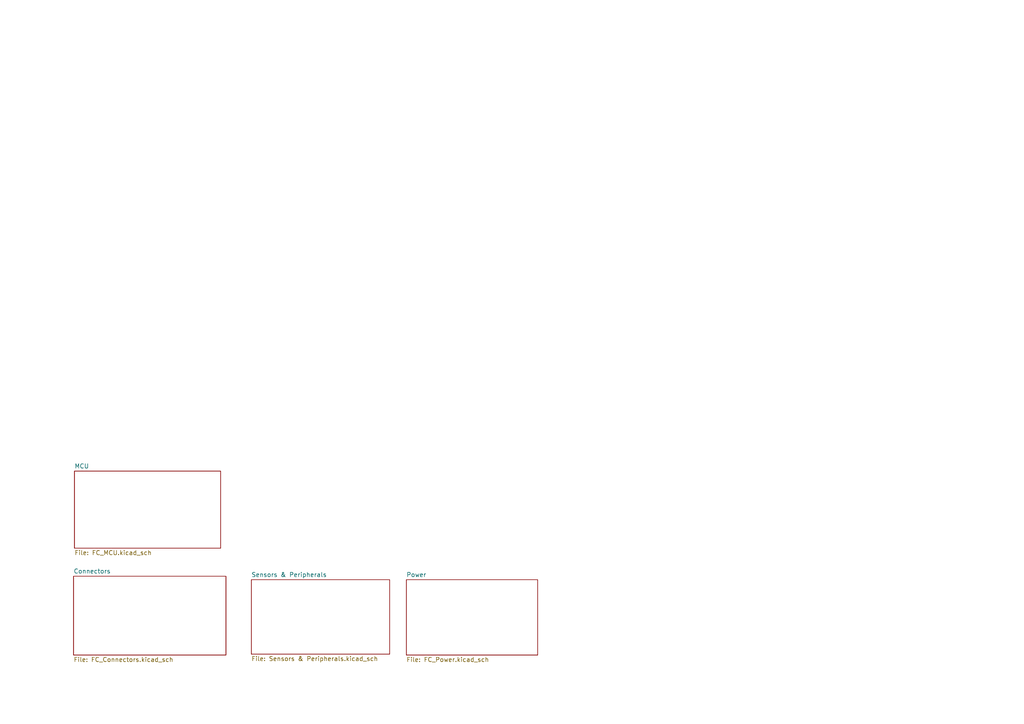
<source format=kicad_sch>
(kicad_sch (version 20211123) (generator eeschema)

  (uuid e63e39d7-6ac0-4ffd-8aa3-1841a4541b55)

  (paper "A4")

  (title_block
    (title "STM32F7 FC")
    (date "2022-07-31")
    (rev "1")
    (company "Texas Tech University")
    (comment 1 "Rishikesh")
  )

  (lib_symbols
  )


  (sheet (at 117.856 168.148) (size 38.1 21.844) (fields_autoplaced)
    (stroke (width 0.1524) (type solid) (color 0 0 0 0))
    (fill (color 0 0 0 0.0000))
    (uuid 0fabe909-1e37-4063-a5ce-90933b40ed30)
    (property "Sheet name" "Power" (id 0) (at 117.856 167.4364 0)
      (effects (font (size 1.27 1.27)) (justify left bottom))
    )
    (property "Sheet file" "FC_Power.kicad_sch" (id 1) (at 117.856 190.5766 0)
      (effects (font (size 1.27 1.27)) (justify left top))
    )
  )

  (sheet (at 21.59 136.652) (size 42.418 22.352) (fields_autoplaced)
    (stroke (width 0.1524) (type solid) (color 0 0 0 0))
    (fill (color 0 0 0 0.0000))
    (uuid 4296d1ac-5453-404a-a41e-9137ee9575f8)
    (property "Sheet name" "MCU" (id 0) (at 21.59 135.9404 0)
      (effects (font (size 1.27 1.27)) (justify left bottom))
    )
    (property "Sheet file" "FC_MCU.kicad_sch" (id 1) (at 21.59 159.5886 0)
      (effects (font (size 1.27 1.27)) (justify left top))
    )
  )

  (sheet (at 21.336 167.132) (size 44.196 22.86) (fields_autoplaced)
    (stroke (width 0.1524) (type solid) (color 0 0 0 0))
    (fill (color 0 0 0 0.0000))
    (uuid 81a26355-a5c5-4f48-844d-f8eabdc30a2c)
    (property "Sheet name" "Connectors" (id 0) (at 21.336 166.4204 0)
      (effects (font (size 1.27 1.27)) (justify left bottom))
    )
    (property "Sheet file" "FC_Connectors.kicad_sch" (id 1) (at 21.336 190.5766 0)
      (effects (font (size 1.27 1.27)) (justify left top))
    )
  )

  (sheet (at 72.898 168.148) (size 40.132 21.59) (fields_autoplaced)
    (stroke (width 0.1524) (type solid) (color 0 0 0 0))
    (fill (color 0 0 0 0.0000))
    (uuid abfbd619-7cca-4c0a-9288-874d424313a3)
    (property "Sheet name" "Sensors & Peripherals" (id 0) (at 72.898 167.4364 0)
      (effects (font (size 1.27 1.27)) (justify left bottom))
    )
    (property "Sheet file" "Sensors & Peripherals.kicad_sch" (id 1) (at 72.898 190.3226 0)
      (effects (font (size 1.27 1.27)) (justify left top))
    )
  )

  (sheet_instances
    (path "/" (page "1"))
    (path "/abfbd619-7cca-4c0a-9288-874d424313a3" (page "2"))
    (path "/81a26355-a5c5-4f48-844d-f8eabdc30a2c" (page "3"))
    (path "/0fabe909-1e37-4063-a5ce-90933b40ed30" (page "4"))
    (path "/4296d1ac-5453-404a-a41e-9137ee9575f8" (page "5"))
  )

  (symbol_instances
    (path "/abfbd619-7cca-4c0a-9288-874d424313a3/31da5731-2edd-4917-b050-d8c39fd766e6"
      (reference "#PWR01") (unit 1) (value "GND") (footprint "")
    )
    (path "/abfbd619-7cca-4c0a-9288-874d424313a3/43b8569f-b814-40b4-a83e-a47be8d18a8d"
      (reference "#PWR02") (unit 1) (value "GND") (footprint "")
    )
    (path "/abfbd619-7cca-4c0a-9288-874d424313a3/5e3d5246-47f0-4920-82da-5900dde101e3"
      (reference "#PWR03") (unit 1) (value "GND") (footprint "")
    )
    (path "/abfbd619-7cca-4c0a-9288-874d424313a3/38446402-d5f5-46af-b6a5-415c2412d364"
      (reference "#PWR04") (unit 1) (value "+5V") (footprint "")
    )
    (path "/abfbd619-7cca-4c0a-9288-874d424313a3/078b3a61-65cd-4002-9839-1acbf20f199a"
      (reference "#PWR05") (unit 1) (value "GND") (footprint "")
    )
    (path "/abfbd619-7cca-4c0a-9288-874d424313a3/f3518f35-8a50-4d94-99bc-1ce20ad90850"
      (reference "#PWR06") (unit 1) (value "+3.3V") (footprint "")
    )
    (path "/abfbd619-7cca-4c0a-9288-874d424313a3/9e493dfe-75da-48fa-ad61-eaa217b673f3"
      (reference "#PWR07") (unit 1) (value "+3.3V") (footprint "")
    )
    (path "/abfbd619-7cca-4c0a-9288-874d424313a3/04362b8c-29e8-40e6-a6fd-bd0cd1e8efbd"
      (reference "#PWR08") (unit 1) (value "GND") (footprint "")
    )
    (path "/abfbd619-7cca-4c0a-9288-874d424313a3/ed80ac4b-8e8b-4a22-81a1-30ee78b9abc8"
      (reference "#PWR09") (unit 1) (value "+5V") (footprint "")
    )
    (path "/abfbd619-7cca-4c0a-9288-874d424313a3/a9047d2b-6209-45c2-8fe6-b2987725d674"
      (reference "#PWR010") (unit 1) (value "GND") (footprint "")
    )
    (path "/abfbd619-7cca-4c0a-9288-874d424313a3/f5b397bd-7547-4860-a96c-2e9f0883b05d"
      (reference "#PWR011") (unit 1) (value "GND") (footprint "")
    )
    (path "/abfbd619-7cca-4c0a-9288-874d424313a3/011891ea-d0ee-44bc-8b7a-c3c1a374a434"
      (reference "#PWR012") (unit 1) (value "+3.3V") (footprint "")
    )
    (path "/abfbd619-7cca-4c0a-9288-874d424313a3/9ca7882b-d740-4b64-bb4e-f0bc9ddc4c12"
      (reference "#PWR013") (unit 1) (value "GND") (footprint "")
    )
    (path "/abfbd619-7cca-4c0a-9288-874d424313a3/643587c9-c70d-46cb-8100-4e64b03f31c8"
      (reference "#PWR014") (unit 1) (value "+3.3V") (footprint "")
    )
    (path "/abfbd619-7cca-4c0a-9288-874d424313a3/76435965-ee9a-4e15-8fc0-9a323df0036f"
      (reference "#PWR015") (unit 1) (value "GND") (footprint "")
    )
    (path "/abfbd619-7cca-4c0a-9288-874d424313a3/70f6db5d-5a92-4958-9bb2-7fba7a1809bc"
      (reference "#PWR016") (unit 1) (value "GND") (footprint "")
    )
    (path "/abfbd619-7cca-4c0a-9288-874d424313a3/3ad8a6d9-8fb9-4271-b1c3-b932a7a027f9"
      (reference "#PWR017") (unit 1) (value "+3.3V") (footprint "")
    )
    (path "/abfbd619-7cca-4c0a-9288-874d424313a3/664cb51f-a4fb-4275-bf7f-d95b1fbca923"
      (reference "#PWR018") (unit 1) (value "+3.3V") (footprint "")
    )
    (path "/abfbd619-7cca-4c0a-9288-874d424313a3/5196faab-71d0-4873-b938-edd0166c988c"
      (reference "#PWR019") (unit 1) (value "GND") (footprint "")
    )
    (path "/abfbd619-7cca-4c0a-9288-874d424313a3/5b0e90ea-d63f-4e2d-8c10-75e07d9d5d06"
      (reference "#PWR020") (unit 1) (value "+3.3V") (footprint "")
    )
    (path "/abfbd619-7cca-4c0a-9288-874d424313a3/06744e9c-b3c4-4675-9ea7-cbe2ceae5576"
      (reference "#PWR021") (unit 1) (value "GND") (footprint "")
    )
    (path "/abfbd619-7cca-4c0a-9288-874d424313a3/02439d54-a349-4050-aa2c-48dfc098cd3f"
      (reference "#PWR022") (unit 1) (value "GND") (footprint "")
    )
    (path "/abfbd619-7cca-4c0a-9288-874d424313a3/28059547-4ef5-49eb-9e12-d00868381642"
      (reference "#PWR023") (unit 1) (value "+3.3V") (footprint "")
    )
    (path "/abfbd619-7cca-4c0a-9288-874d424313a3/0546db4b-ff07-4e59-9cb5-e8d4e79159b1"
      (reference "#PWR024") (unit 1) (value "+3.3V") (footprint "")
    )
    (path "/abfbd619-7cca-4c0a-9288-874d424313a3/b077e997-01d3-4590-a2de-e7c36e2da8db"
      (reference "#PWR025") (unit 1) (value "+3.3V") (footprint "")
    )
    (path "/81a26355-a5c5-4f48-844d-f8eabdc30a2c/3ada35d1-80f5-42d2-b3e5-5b21384eff26"
      (reference "#PWR026") (unit 1) (value "GND") (footprint "")
    )
    (path "/81a26355-a5c5-4f48-844d-f8eabdc30a2c/e80a3f81-ff28-4722-8bfc-7f286cd0f17e"
      (reference "#PWR027") (unit 1) (value "VBUS") (footprint "")
    )
    (path "/81a26355-a5c5-4f48-844d-f8eabdc30a2c/6d9fdc06-9319-4466-87f4-30714fc03a98"
      (reference "#PWR028") (unit 1) (value "GND") (footprint "")
    )
    (path "/81a26355-a5c5-4f48-844d-f8eabdc30a2c/d393db5d-b11a-4839-a55c-73e4a2a3274e"
      (reference "#PWR029") (unit 1) (value "GND") (footprint "")
    )
    (path "/81a26355-a5c5-4f48-844d-f8eabdc30a2c/8ad3a060-79fe-4d02-9c24-37ddb3b6208a"
      (reference "#PWR030") (unit 1) (value "VBUS") (footprint "")
    )
    (path "/81a26355-a5c5-4f48-844d-f8eabdc30a2c/8920a0e7-ad86-447a-bdce-4a8ee80e8d22"
      (reference "#PWR031") (unit 1) (value "GND") (footprint "")
    )
    (path "/81a26355-a5c5-4f48-844d-f8eabdc30a2c/ac8eb0f6-27fb-4bc7-8686-765a552329d7"
      (reference "#PWR032") (unit 1) (value "GND") (footprint "")
    )
    (path "/81a26355-a5c5-4f48-844d-f8eabdc30a2c/eb9a8bb8-6746-4889-bf96-bec877b59160"
      (reference "#PWR033") (unit 1) (value "GND") (footprint "")
    )
    (path "/81a26355-a5c5-4f48-844d-f8eabdc30a2c/d4af771d-d5a4-4b11-9ca9-d8fa4cc08576"
      (reference "#PWR034") (unit 1) (value "GND") (footprint "")
    )
    (path "/81a26355-a5c5-4f48-844d-f8eabdc30a2c/3f65b461-f90b-4ae9-86ea-74cd2da95bf5"
      (reference "#PWR035") (unit 1) (value "+3.3V") (footprint "TestPoint:Solderable Point")
    )
    (path "/81a26355-a5c5-4f48-844d-f8eabdc30a2c/b9a71fc5-43af-483a-9bc1-9727c05bd0a6"
      (reference "#PWR036") (unit 1) (value "GND") (footprint "")
    )
    (path "/81a26355-a5c5-4f48-844d-f8eabdc30a2c/7a7202d3-658d-4f82-aef0-6eaa0bdb118d"
      (reference "#PWR037") (unit 1) (value "+3.3V") (footprint "TestPoint:Solderable Point")
    )
    (path "/81a26355-a5c5-4f48-844d-f8eabdc30a2c/1f17ab2d-d122-4381-b8cd-07f00d388fc6"
      (reference "#PWR038") (unit 1) (value "GND") (footprint "")
    )
    (path "/81a26355-a5c5-4f48-844d-f8eabdc30a2c/dbf8bf2e-13ad-4cdc-8de8-9ce7351ab3fc"
      (reference "#PWR039") (unit 1) (value "+5V") (footprint "TestPoint:Solderable Point")
    )
    (path "/81a26355-a5c5-4f48-844d-f8eabdc30a2c/321f985d-c802-49a4-b839-d957d45e8880"
      (reference "#PWR040") (unit 1) (value "+3.3V") (footprint "")
    )
    (path "/81a26355-a5c5-4f48-844d-f8eabdc30a2c/56191c8d-b4a6-4415-add5-6f64dc2274b8"
      (reference "#PWR041") (unit 1) (value "+9V") (footprint "TestPoint:Solderable Point")
    )
    (path "/81a26355-a5c5-4f48-844d-f8eabdc30a2c/abacd6ba-d303-442a-a17e-86837b0a285d"
      (reference "#PWR042") (unit 1) (value "+9V") (footprint "TestPoint:Solderable Point")
    )
    (path "/81a26355-a5c5-4f48-844d-f8eabdc30a2c/7b842ce0-6538-4200-b9f1-a8fde76c6b7d"
      (reference "#PWR043") (unit 1) (value "+5V") (footprint "")
    )
    (path "/81a26355-a5c5-4f48-844d-f8eabdc30a2c/740b8d68-79dc-4546-86ef-f95a19c9405c"
      (reference "#PWR044") (unit 1) (value "GND") (footprint "")
    )
    (path "/81a26355-a5c5-4f48-844d-f8eabdc30a2c/080323fa-54ce-45b2-99f7-662bccec0fe8"
      (reference "#PWR045") (unit 1) (value "+5V") (footprint "")
    )
    (path "/81a26355-a5c5-4f48-844d-f8eabdc30a2c/b62005ae-5480-4730-9960-8539f19860b5"
      (reference "#PWR046") (unit 1) (value "GND") (footprint "")
    )
    (path "/81a26355-a5c5-4f48-844d-f8eabdc30a2c/b38626e8-7d08-4a36-802f-4e04d16190be"
      (reference "#PWR047") (unit 1) (value "+5V") (footprint "")
    )
    (path "/81a26355-a5c5-4f48-844d-f8eabdc30a2c/971cab0a-8194-4597-a852-2bd32c253056"
      (reference "#PWR048") (unit 1) (value "GND") (footprint "")
    )
    (path "/81a26355-a5c5-4f48-844d-f8eabdc30a2c/2b9c81bc-5ce9-4244-b564-f769cd77ca6e"
      (reference "#PWR049") (unit 1) (value "+5V") (footprint "")
    )
    (path "/81a26355-a5c5-4f48-844d-f8eabdc30a2c/c8a585a6-0e39-4082-bf7a-9fed1b2982e5"
      (reference "#PWR050") (unit 1) (value "GND") (footprint "")
    )
    (path "/81a26355-a5c5-4f48-844d-f8eabdc30a2c/a03023d9-b571-4254-8975-2d7e283f78ff"
      (reference "#PWR051") (unit 1) (value "GND") (footprint "")
    )
    (path "/81a26355-a5c5-4f48-844d-f8eabdc30a2c/efd2da0c-efe8-4c6b-a713-f229eeb7413f"
      (reference "#PWR052") (unit 1) (value "+BATT") (footprint "")
    )
    (path "/81a26355-a5c5-4f48-844d-f8eabdc30a2c/88c152fe-48a6-4391-96ca-23f7dc42a99d"
      (reference "#PWR053") (unit 1) (value "+5V") (footprint "")
    )
    (path "/81a26355-a5c5-4f48-844d-f8eabdc30a2c/b8a0ef10-690c-40ae-8704-d5cf220e4c7a"
      (reference "#PWR054") (unit 1) (value "GND") (footprint "")
    )
    (path "/81a26355-a5c5-4f48-844d-f8eabdc30a2c/52d4c979-a0d8-4eda-80ee-877e1203bbd4"
      (reference "#PWR055") (unit 1) (value "GND") (footprint "")
    )
    (path "/81a26355-a5c5-4f48-844d-f8eabdc30a2c/c2b48080-8670-4ebb-a7a0-2724f126cad8"
      (reference "#PWR056") (unit 1) (value "+5V") (footprint "")
    )
    (path "/81a26355-a5c5-4f48-844d-f8eabdc30a2c/c81b7e7e-063b-4163-a6b7-683f2b4cdf2c"
      (reference "#PWR057") (unit 1) (value "GND") (footprint "")
    )
    (path "/81a26355-a5c5-4f48-844d-f8eabdc30a2c/15814e14-cb0f-485f-9683-42e5a4dcf06f"
      (reference "#PWR058") (unit 1) (value "+9V") (footprint "")
    )
    (path "/0fabe909-1e37-4063-a5ce-90933b40ed30/ae3ca504-a6b6-405e-9b82-73b13497584d"
      (reference "#PWR059") (unit 1) (value "VBUS") (footprint "")
    )
    (path "/0fabe909-1e37-4063-a5ce-90933b40ed30/0ab82d5b-667c-4b76-a4ab-0c4e65ee3582"
      (reference "#PWR060") (unit 1) (value "GND") (footprint "")
    )
    (path "/0fabe909-1e37-4063-a5ce-90933b40ed30/3a717b8c-48bd-4ed3-abd5-e8f2aaab2618"
      (reference "#PWR061") (unit 1) (value "+BATT") (footprint "")
    )
    (path "/0fabe909-1e37-4063-a5ce-90933b40ed30/6851095f-6928-4931-af2e-9938a1b07a79"
      (reference "#PWR062") (unit 1) (value "GND") (footprint "")
    )
    (path "/0fabe909-1e37-4063-a5ce-90933b40ed30/59992b14-b53b-4538-9575-a769bc98517f"
      (reference "#PWR063") (unit 1) (value "+BATT") (footprint "")
    )
    (path "/0fabe909-1e37-4063-a5ce-90933b40ed30/139e3bb1-b31b-4be1-9326-7c04835795ba"
      (reference "#PWR064") (unit 1) (value "GND") (footprint "")
    )
    (path "/0fabe909-1e37-4063-a5ce-90933b40ed30/455825da-c932-4c48-9c81-755e149f2347"
      (reference "#PWR065") (unit 1) (value "+3.3V") (footprint "")
    )
    (path "/0fabe909-1e37-4063-a5ce-90933b40ed30/ff89d7f3-4e54-42a0-a84c-d29071e8d413"
      (reference "#PWR066") (unit 1) (value "GND") (footprint "")
    )
    (path "/0fabe909-1e37-4063-a5ce-90933b40ed30/fbce72b7-a03c-4d24-a696-b462b4d3a853"
      (reference "#PWR067") (unit 1) (value "GND") (footprint "")
    )
    (path "/0fabe909-1e37-4063-a5ce-90933b40ed30/3ba7dc3c-6994-41db-9c99-02a2380a3b4f"
      (reference "#PWR068") (unit 1) (value "GND") (footprint "")
    )
    (path "/0fabe909-1e37-4063-a5ce-90933b40ed30/d891133c-74d5-45fb-ab5d-7c0ba1fb5d1f"
      (reference "#PWR069") (unit 1) (value "GND") (footprint "")
    )
    (path "/0fabe909-1e37-4063-a5ce-90933b40ed30/2351ef7c-b03a-4d34-92a3-7a8ffa0e317d"
      (reference "#PWR070") (unit 1) (value "GND") (footprint "")
    )
    (path "/0fabe909-1e37-4063-a5ce-90933b40ed30/42fd0246-5402-4089-80b1-753dda40fed1"
      (reference "#PWR071") (unit 1) (value "+5V") (footprint "")
    )
    (path "/0fabe909-1e37-4063-a5ce-90933b40ed30/72dd65ff-def0-4417-b818-f9013b0f8fd0"
      (reference "#PWR072") (unit 1) (value "+9V") (footprint "")
    )
    (path "/4296d1ac-5453-404a-a41e-9137ee9575f8/d84ca285-f9c1-4223-832a-169818cab524"
      (reference "#PWR073") (unit 1) (value "GND") (footprint "")
    )
    (path "/4296d1ac-5453-404a-a41e-9137ee9575f8/ba9e375b-d841-4120-9b96-d59881ba439f"
      (reference "#PWR074") (unit 1) (value "GND") (footprint "")
    )
    (path "/4296d1ac-5453-404a-a41e-9137ee9575f8/daeb6cb0-a619-42f4-a487-1b28e87b355b"
      (reference "#PWR075") (unit 1) (value "+BATT") (footprint "")
    )
    (path "/4296d1ac-5453-404a-a41e-9137ee9575f8/a5f7b49a-c851-4c57-84f3-ffdfbb90dc32"
      (reference "#PWR076") (unit 1) (value "GND") (footprint "")
    )
    (path "/4296d1ac-5453-404a-a41e-9137ee9575f8/b06619ee-ebe5-4ea0-87f8-5ec55c91c1a0"
      (reference "#PWR077") (unit 1) (value "GND") (footprint "")
    )
    (path "/4296d1ac-5453-404a-a41e-9137ee9575f8/e9102340-c608-4caf-98f4-4bc528bae21a"
      (reference "#PWR078") (unit 1) (value "+3.3V") (footprint "")
    )
    (path "/4296d1ac-5453-404a-a41e-9137ee9575f8/5aaaed73-2c28-40b6-a729-beee69c4bbb4"
      (reference "#PWR079") (unit 1) (value "GND") (footprint "")
    )
    (path "/4296d1ac-5453-404a-a41e-9137ee9575f8/3c8ed3f4-df00-4045-95ee-06a038f27407"
      (reference "#PWR080") (unit 1) (value "+3.3V") (footprint "")
    )
    (path "/4296d1ac-5453-404a-a41e-9137ee9575f8/abab0f3c-f2af-4981-9505-a9bb74325e8f"
      (reference "#PWR081") (unit 1) (value "+3.3VA") (footprint "")
    )
    (path "/4296d1ac-5453-404a-a41e-9137ee9575f8/d8ebfc90-597c-437e-bdeb-18ff46d8d7c4"
      (reference "#PWR082") (unit 1) (value "+3.3V") (footprint "")
    )
    (path "/4296d1ac-5453-404a-a41e-9137ee9575f8/cf12b977-965b-4cd8-a46f-e620b2228b38"
      (reference "#PWR083") (unit 1) (value "GND") (footprint "")
    )
    (path "/4296d1ac-5453-404a-a41e-9137ee9575f8/5147e4e1-924f-4d8e-8785-4b0604925195"
      (reference "#PWR084") (unit 1) (value "+3.3V") (footprint "")
    )
    (path "/4296d1ac-5453-404a-a41e-9137ee9575f8/74f40ccd-e24b-4ab4-8310-502edcd7cb2a"
      (reference "#PWR085") (unit 1) (value "GND") (footprint "")
    )
    (path "/4296d1ac-5453-404a-a41e-9137ee9575f8/25421336-4575-47d3-8cf7-5165c9bd5bb8"
      (reference "#PWR086") (unit 1) (value "GND") (footprint "")
    )
    (path "/4296d1ac-5453-404a-a41e-9137ee9575f8/c25d5ceb-4b4f-4acd-b453-871930de46a9"
      (reference "#PWR087") (unit 1) (value "GND") (footprint "")
    )
    (path "/4296d1ac-5453-404a-a41e-9137ee9575f8/0db8af7a-8125-46d9-8ca6-b228cdc27f41"
      (reference "#PWR088") (unit 1) (value "+3.3V") (footprint "")
    )
    (path "/4296d1ac-5453-404a-a41e-9137ee9575f8/ecd1f38d-5704-46a3-8caa-fbc834646dfe"
      (reference "#PWR089") (unit 1) (value "GND") (footprint "")
    )
    (path "/4296d1ac-5453-404a-a41e-9137ee9575f8/76a34cbf-57f5-425a-b1a3-bd44ad2e9469"
      (reference "#PWR090") (unit 1) (value "GND") (footprint "")
    )
    (path "/4296d1ac-5453-404a-a41e-9137ee9575f8/25c22a8a-e4db-4f3f-b2e3-7ccb198bdac4"
      (reference "#PWR091") (unit 1) (value "GND") (footprint "")
    )
    (path "/81a26355-a5c5-4f48-844d-f8eabdc30a2c/b3a0b8ce-2aa1-4690-9631-0ac56a44c123"
      (reference "#PWR092") (unit 1) (value "GND") (footprint "")
    )
    (path "/81a26355-a5c5-4f48-844d-f8eabdc30a2c/bbcf1365-f8e8-4212-bae3-d35de2bd98be"
      (reference "#PWR093") (unit 1) (value "GND") (footprint "")
    )
    (path "/81a26355-a5c5-4f48-844d-f8eabdc30a2c/56a8c2df-fc19-4ba2-ab1a-b8d2fef5dc9c"
      (reference "#PWR094") (unit 1) (value "GND") (footprint "")
    )
    (path "/81a26355-a5c5-4f48-844d-f8eabdc30a2c/f73ab039-3c5d-41d7-9dc9-7937078e00b4"
      (reference "#PWR095") (unit 1) (value "+5V") (footprint "")
    )
    (path "/81a26355-a5c5-4f48-844d-f8eabdc30a2c/ccecf001-b717-4256-8f50-0057d3b73bd9"
      (reference "#PWR096") (unit 1) (value "GND") (footprint "")
    )
    (path "/81a26355-a5c5-4f48-844d-f8eabdc30a2c/d64314e4-01d6-4dfc-8047-95516322c9d4"
      (reference "#PWR097") (unit 1) (value "GND") (footprint "")
    )
    (path "/81a26355-a5c5-4f48-844d-f8eabdc30a2c/4f10f8ca-d14f-49e9-9e8f-faa81ab0cc9d"
      (reference "#PWR098") (unit 1) (value "+5V") (footprint "")
    )
    (path "/81a26355-a5c5-4f48-844d-f8eabdc30a2c/049bec1f-675f-4583-9bed-e0c022c9bf1a"
      (reference "#PWR099") (unit 1) (value "+5V") (footprint "")
    )
    (path "/4296d1ac-5453-404a-a41e-9137ee9575f8/0a6acd9b-02d3-4422-bde7-0d48df425bfa"
      (reference "#PWR0100") (unit 1) (value "GND") (footprint "")
    )
    (path "/0fabe909-1e37-4063-a5ce-90933b40ed30/78e8d1b4-3c8c-4e03-bc7c-a187c18d4751"
      (reference "#PWR0101") (unit 1) (value "GND") (footprint "")
    )
    (path "/0fabe909-1e37-4063-a5ce-90933b40ed30/2c5f3129-e0cd-43fe-afad-b677bf741a53"
      (reference "#PWR0102") (unit 1) (value "+5V") (footprint "")
    )
    (path "/abfbd619-7cca-4c0a-9288-874d424313a3/23f243c1-22e1-41a4-a149-56a7a0382a2a"
      (reference "C1") (unit 1) (value "10p") (footprint "Capacitor_SMD:C_0201_0603Metric")
    )
    (path "/abfbd619-7cca-4c0a-9288-874d424313a3/7005ec3b-defb-4de4-8406-1cd5d6571f61"
      (reference "C2") (unit 1) (value "10p") (footprint "Capacitor_SMD:C_0201_0603Metric")
    )
    (path "/abfbd619-7cca-4c0a-9288-874d424313a3/512e2fb7-9907-4451-adff-547f8055c116"
      (reference "C3") (unit 1) (value "100n") (footprint "Capacitor_SMD:C_0201_0603Metric")
    )
    (path "/abfbd619-7cca-4c0a-9288-874d424313a3/41914503-f4bf-49e4-b055-e86d1f8d4917"
      (reference "C4") (unit 1) (value "0.1u") (footprint "Capacitor_SMD:C_0402_1005Metric")
    )
    (path "/abfbd619-7cca-4c0a-9288-874d424313a3/4d183b10-d23f-4016-ba8a-1d5ef9a2b03e"
      (reference "C5") (unit 1) (value "0.1 // 22u") (footprint "Capacitor_SMD:C_0201_0603Metric")
    )
    (path "/abfbd619-7cca-4c0a-9288-874d424313a3/e6ac44f1-b246-4727-bec9-120ae35fc5fa"
      (reference "C6") (unit 1) (value "100n") (footprint "Capacitor_SMD:C_0201_0603Metric")
    )
    (path "/abfbd619-7cca-4c0a-9288-874d424313a3/d99e252d-ca35-4ce5-9032-c60456f32b23"
      (reference "C7") (unit 1) (value "2u2") (footprint "Capacitor_SMD:C_0603_1608Metric")
    )
    (path "/abfbd619-7cca-4c0a-9288-874d424313a3/ad7ada99-d472-4f9b-b32f-2ad90e01c4d4"
      (reference "C8") (unit 1) (value "0.1 // 22u") (footprint "Capacitor_SMD:C_0201_0603Metric")
    )
    (path "/abfbd619-7cca-4c0a-9288-874d424313a3/e7d358a6-f8fc-490a-9a56-b2394605d064"
      (reference "C9") (unit 1) (value "100n") (footprint "Capacitor_SMD:C_0201_0603Metric")
    )
    (path "/abfbd619-7cca-4c0a-9288-874d424313a3/f70f69eb-c56e-4606-8144-d3c4fff8c54e"
      (reference "C10") (unit 1) (value "10n") (footprint "Capacitor_SMD:C_0201_0603Metric")
    )
    (path "/abfbd619-7cca-4c0a-9288-874d424313a3/d6d9a79a-7b0c-47b4-8789-d67876ce17e8"
      (reference "C11") (unit 1) (value "100n") (footprint "Capacitor_SMD:C_0201_0603Metric")
    )
    (path "/abfbd619-7cca-4c0a-9288-874d424313a3/61929b3b-1acd-446b-84db-ebe24c073997"
      (reference "C12") (unit 1) (value "100n") (footprint "Capacitor_SMD:C_0201_0603Metric")
    )
    (path "/abfbd619-7cca-4c0a-9288-874d424313a3/6d49cb16-342f-440f-9342-61200503d7af"
      (reference "C13") (unit 1) (value "100n") (footprint "Capacitor_SMD:C_0201_0603Metric")
    )
    (path "/abfbd619-7cca-4c0a-9288-874d424313a3/3adc4303-94af-43e9-9945-082a6b2a149b"
      (reference "C14") (unit 1) (value "100n") (footprint "Capacitor_SMD:C_0402_1005Metric")
    )
    (path "/0fabe909-1e37-4063-a5ce-90933b40ed30/5ee3ebc6-7976-4524-a0e2-1aaf4a33632e"
      (reference "C15") (unit 1) (value "10u") (footprint "Capacitor_SMD:C_0805_2012Metric")
    )
    (path "/0fabe909-1e37-4063-a5ce-90933b40ed30/61551c4c-dd32-416c-ba8f-6c477fcc4309"
      (reference "C16") (unit 1) (value "10u") (footprint "Capacitor_SMD:C_0805_2012Metric")
    )
    (path "/0fabe909-1e37-4063-a5ce-90933b40ed30/d070e6b0-24da-46bc-891b-1472ff7acd8d"
      (reference "C17") (unit 1) (value "10u") (footprint "Capacitor_SMD:C_0805_2012Metric")
    )
    (path "/0fabe909-1e37-4063-a5ce-90933b40ed30/d3ecc402-5d53-452d-9559-99f793abba8b"
      (reference "C18") (unit 1) (value "10u") (footprint "Capacitor_SMD:C_0805_2012Metric")
    )
    (path "/0fabe909-1e37-4063-a5ce-90933b40ed30/eb5e7e5c-6bed-4a2a-b015-4434960cf5d6"
      (reference "C19") (unit 1) (value "10u") (footprint "Capacitor_SMD:C_0805_2012Metric")
    )
    (path "/0fabe909-1e37-4063-a5ce-90933b40ed30/11bddc89-f0f9-4d50-8122-69e29a8f2a16"
      (reference "C20") (unit 1) (value "100n") (footprint "Capacitor_SMD:C_0402_1005Metric")
    )
    (path "/0fabe909-1e37-4063-a5ce-90933b40ed30/a73aa5fe-760c-482e-8675-f8e96d3d7f33"
      (reference "C21") (unit 1) (value "100n") (footprint "Capacitor_SMD:C_0402_1005Metric")
    )
    (path "/0fabe909-1e37-4063-a5ce-90933b40ed30/eb85e18f-d5b5-41d6-b6cd-cac4e6d4c2a9"
      (reference "C22") (unit 1) (value "22u") (footprint "Capacitor_SMD:C_0805_2012Metric")
    )
    (path "/0fabe909-1e37-4063-a5ce-90933b40ed30/6f2d446a-0166-4dcf-bb9e-9946e73e6a37"
      (reference "C23") (unit 1) (value "100n") (footprint "Capacitor_SMD:C_0402_1005Metric")
    )
    (path "/0fabe909-1e37-4063-a5ce-90933b40ed30/8998c368-4af0-4520-bfe0-17a558e9d102"
      (reference "C24") (unit 1) (value "100n") (footprint "Capacitor_SMD:C_0402_1005Metric")
    )
    (path "/0fabe909-1e37-4063-a5ce-90933b40ed30/bc88b9e0-5941-42a0-b5ea-cfaccc526041"
      (reference "C25") (unit 1) (value "91p") (footprint "Capacitor_SMD:C_0201_0603Metric")
    )
    (path "/0fabe909-1e37-4063-a5ce-90933b40ed30/5c3d54bf-5465-42d9-b303-8c44a8474bae"
      (reference "C26") (unit 1) (value "91p") (footprint "Capacitor_SMD:C_0201_0603Metric")
    )
    (path "/0fabe909-1e37-4063-a5ce-90933b40ed30/38df485f-f771-420c-9114-21ea0cb0b9ae"
      (reference "C27") (unit 1) (value "1n8") (footprint "Capacitor_SMD:C_0603_1608Metric")
    )
    (path "/0fabe909-1e37-4063-a5ce-90933b40ed30/68e0f51f-a8fa-4105-85ba-efbdd67092c1"
      (reference "C28") (unit 1) (value "1n8") (footprint "Capacitor_SMD:C_0603_1608Metric")
    )
    (path "/0fabe909-1e37-4063-a5ce-90933b40ed30/89671a19-fb10-4d10-81da-5076c448043b"
      (reference "C29") (unit 1) (value "47u") (footprint "Capacitor_SMD:C_1210_3225Metric")
    )
    (path "/0fabe909-1e37-4063-a5ce-90933b40ed30/ed959199-00ab-4fd7-8690-4fac798cce2f"
      (reference "C30") (unit 1) (value "47u") (footprint "Capacitor_SMD:C_1210_3225Metric")
    )
    (path "/0fabe909-1e37-4063-a5ce-90933b40ed30/0a3be76e-9e42-4cb3-a531-dc6f3bf7c88d"
      (reference "C31") (unit 1) (value "47u") (footprint "Capacitor_SMD:C_1210_3225Metric")
    )
    (path "/0fabe909-1e37-4063-a5ce-90933b40ed30/0c1293c2-f4df-4a0f-b168-968b59f12f06"
      (reference "C32") (unit 1) (value "47u") (footprint "Capacitor_SMD:C_1210_3225Metric")
    )
    (path "/0fabe909-1e37-4063-a5ce-90933b40ed30/6fd44004-5fae-425c-b4a1-76a167f5a665"
      (reference "C33") (unit 1) (value "47u") (footprint "Capacitor_SMD:C_1210_3225Metric")
    )
    (path "/4296d1ac-5453-404a-a41e-9137ee9575f8/34ae4c65-8794-4495-b1de-481911a531ad"
      (reference "C34") (unit 1) (value "10p") (footprint "Capacitor_SMD:C_0402_1005Metric")
    )
    (path "/4296d1ac-5453-404a-a41e-9137ee9575f8/e674a1f8-e258-416d-854b-de328d4eb0fb"
      (reference "C35") (unit 1) (value "10p") (footprint "Capacitor_SMD:C_0402_1005Metric")
    )
    (path "/4296d1ac-5453-404a-a41e-9137ee9575f8/cfc705c9-7f0f-4799-8a0b-7a5ec29c95a7"
      (reference "C36") (unit 1) (value "4u7") (footprint "Capacitor_SMD:C_0603_1608Metric")
    )
    (path "/4296d1ac-5453-404a-a41e-9137ee9575f8/7a3cf8d6-89e5-4f5a-a8fe-f2834e74b779"
      (reference "C37") (unit 1) (value "4u7") (footprint "Capacitor_SMD:C_0402_1005Metric")
    )
    (path "/4296d1ac-5453-404a-a41e-9137ee9575f8/8e791c9b-0679-43d5-b124-34a2af0cfe6e"
      (reference "C38") (unit 1) (value "1u") (footprint "Capacitor_SMD:C_0402_1005Metric")
    )
    (path "/4296d1ac-5453-404a-a41e-9137ee9575f8/df465184-0349-45b5-a74c-b5a2fb97be7c"
      (reference "C39") (unit 1) (value "100n") (footprint "Capacitor_SMD:C_0201_0603Metric")
    )
    (path "/4296d1ac-5453-404a-a41e-9137ee9575f8/ff76a133-5607-4482-896b-2ade5eb58cd2"
      (reference "C40") (unit 1) (value "100n") (footprint "Capacitor_SMD:C_0201_0603Metric")
    )
    (path "/4296d1ac-5453-404a-a41e-9137ee9575f8/f3bcd7fc-b82b-463e-9244-60472d1cd30d"
      (reference "C41") (unit 1) (value "100n") (footprint "Capacitor_SMD:C_0201_0603Metric")
    )
    (path "/4296d1ac-5453-404a-a41e-9137ee9575f8/98edc00a-4ce6-465a-a759-8e7fdc26aa07"
      (reference "C42") (unit 1) (value "100n") (footprint "Capacitor_SMD:C_0201_0603Metric")
    )
    (path "/4296d1ac-5453-404a-a41e-9137ee9575f8/1dd7cc5e-7adf-4903-aa3e-df4c368ff208"
      (reference "C43") (unit 1) (value "0.1u") (footprint "Capacitor_SMD:C_0402_1005Metric")
    )
    (path "/4296d1ac-5453-404a-a41e-9137ee9575f8/ed705d0b-56ef-479c-b140-27b7dd746870"
      (reference "C44") (unit 1) (value "1u") (footprint "Capacitor_SMD:C_0402_1005Metric")
    )
    (path "/4296d1ac-5453-404a-a41e-9137ee9575f8/eb3ac4be-64c0-4860-af1c-de7b10ea5b75"
      (reference "C45") (unit 1) (value "100n") (footprint "Capacitor_SMD:C_0201_0603Metric")
    )
    (path "/4296d1ac-5453-404a-a41e-9137ee9575f8/58e3518e-78ce-4008-bbf1-b2ce7887449a"
      (reference "C46") (unit 1) (value "100n") (footprint "Capacitor_SMD:C_0201_0603Metric")
    )
    (path "/4296d1ac-5453-404a-a41e-9137ee9575f8/ef02b767-dee1-4803-a4d9-c1f271a0b9c4"
      (reference "C47") (unit 1) (value "2u2") (footprint "Capacitor_SMD:C_0603_1608Metric")
    )
    (path "/0fabe909-1e37-4063-a5ce-90933b40ed30/6d0978c6-9f72-4a06-a147-fb1b45fa93dc"
      (reference "D1") (unit 1) (value "RB088LAM-40TFR") (footprint "Diode_SMD:D_SOD-123")
    )
    (path "/81a26355-a5c5-4f48-844d-f8eabdc30a2c/fae32a8e-4ee9-4bec-a4e1-31bf4841f040"
      (reference "D2") (unit 1) (value "PRTR5V0U2X") (footprint "Package_TO_SOT_SMD:SOT-143")
    )
    (path "/81a26355-a5c5-4f48-844d-f8eabdc30a2c/5136199a-8079-47d8-9df8-4ba3df0b04ac"
      (reference "D3") (unit 1) (value "LED") (footprint "LED_SMD:LED_0402_1005Metric")
    )
    (path "/81a26355-a5c5-4f48-844d-f8eabdc30a2c/c57cb669-ab89-4979-967f-98feffbdfb81"
      (reference "D4") (unit 1) (value "LED") (footprint "LED_SMD:LED_0402_1005Metric")
    )
    (path "/81a26355-a5c5-4f48-844d-f8eabdc30a2c/cee9c276-ca1f-4b1c-abed-40b9b781ca56"
      (reference "D5") (unit 1) (value "LED") (footprint "LED_SMD:LED_0402_1005Metric")
    )
    (path "/4296d1ac-5453-404a-a41e-9137ee9575f8/0d3ba00b-fbba-46f0-84c0-7057f1d20115"
      (reference "FB1") (unit 1) (value "120R @ 100KHz") (footprint "Resistor_SMD:R_0603_1608Metric")
    )
    (path "/81a26355-a5c5-4f48-844d-f8eabdc30a2c/dc5bf3a9-cccd-4c52-9823-b82d29399bfa"
      (reference "H1") (unit 1) (value "MountingHole") (footprint "MountingHole:MountingHole_2.2mm_M2_Pad_Via")
    )
    (path "/81a26355-a5c5-4f48-844d-f8eabdc30a2c/d36acacc-ded9-46c5-9f80-c2964f78d2ec"
      (reference "H2") (unit 1) (value "MountingHole") (footprint "MountingHole:MountingHole_2.2mm_M2_Pad_Via")
    )
    (path "/81a26355-a5c5-4f48-844d-f8eabdc30a2c/624b3d05-23d3-493d-b2cf-b9814b270613"
      (reference "H3") (unit 1) (value "MountingHole") (footprint "MountingHole:MountingHole_2.2mm_M2_Pad_Via")
    )
    (path "/81a26355-a5c5-4f48-844d-f8eabdc30a2c/d89fe6a9-dd7b-4214-b059-48b0b586a0f8"
      (reference "H4") (unit 1) (value "MountingHole") (footprint "MountingHole:MountingHole_2.2mm_M2_Pad_Via")
    )
    (path "/81a26355-a5c5-4f48-844d-f8eabdc30a2c/2e3429d1-8245-40a2-a8cc-8fbd4c9c8e06"
      (reference "J1") (unit 1) (value "Conn_01x03") (footprint "Connector_JST:JST_SH_SM03B-SRSS-TB_1x03-1MP_P1.00mm_Horizontal")
    )
    (path "/81a26355-a5c5-4f48-844d-f8eabdc30a2c/eaf9e09a-d95c-4c1a-bb28-e49d4b11d516"
      (reference "J2") (unit 1) (value "Conn_01x03") (footprint "Connector_JST:JST_SH_SM03B-SRSS-TB_1x03-1MP_P1.00mm_Horizontal")
    )
    (path "/81a26355-a5c5-4f48-844d-f8eabdc30a2c/611bd084-c33c-4ab1-a734-dd6cbf858d56"
      (reference "J3") (unit 1) (value "Conn_01x03") (footprint "Connector_JST:JST_SH_SM03B-SRSS-TB_1x03-1MP_P1.00mm_Horizontal")
    )
    (path "/81a26355-a5c5-4f48-844d-f8eabdc30a2c/9d4164b8-c8fa-4564-bbf3-fa9be14ab560"
      (reference "J4") (unit 1) (value "Conn_01x03") (footprint "Connector_JST:JST_SH_SM03B-SRSS-TB_1x03-1MP_P1.00mm_Horizontal")
    )
    (path "/81a26355-a5c5-4f48-844d-f8eabdc30a2c/1d904c8c-c922-4fac-b86b-0bee88c2e381"
      (reference "J5") (unit 1) (value "FC-ESC") (footprint "Connector_JST:JST_SH_SM08B-SRSS-TB_1x08-1MP_P1.00mm_Horizontal")
    )
    (path "/81a26355-a5c5-4f48-844d-f8eabdc30a2c/ae9a7491-1f90-4c61-9ae6-bdaffaa37d31"
      (reference "J6") (unit 1) (value "Conn_01x04") (footprint "Connector_JST:JST_SH_SM04B-SRSS-TB_1x04-1MP_P1.00mm_Horizontal")
    )
    (path "/81a26355-a5c5-4f48-844d-f8eabdc30a2c/112ec4ab-681b-49d5-9af6-1403799df122"
      (reference "J7") (unit 1) (value "DJI Air Unit") (footprint "Connector_JST:JST_SH_SM06B-SRSS-TB_1x06-1MP_P1.00mm_Horizontal")
    )
    (path "/81a26355-a5c5-4f48-844d-f8eabdc30a2c/a2e554d1-8c7e-4d60-9a36-2eba730097e3"
      (reference "J8") (unit 1) (value "Conn_01x06") (footprint "Connector_JST:JST_SH_SM06B-SRSS-TB_1x06-1MP_P1.00mm_Horizontal")
    )
    (path "/4296d1ac-5453-404a-a41e-9137ee9575f8/0318a37e-fbc9-4d93-86c6-6e6efebc6f6d"
      (reference "J9") (unit 1) (value "TC2030-IDC-NL") (footprint "Connector:Tag-Connect_TC2030-IDC-NL_2x03_P1.27mm_Vertical")
    )
    (path "/81a26355-a5c5-4f48-844d-f8eabdc30a2c/e92bd9fd-b78a-4cf9-9a7e-0bd905e3db67"
      (reference "J10") (unit 1) (value "Conn_01x04") (footprint "Connector_JST:JST_SH_SM04B-SRSS-TB_1x04-1MP_P1.00mm_Horizontal")
    )
    (path "/81a26355-a5c5-4f48-844d-f8eabdc30a2c/d286f222-5513-4a69-81be-bb512ba25eac"
      (reference "J11") (unit 1) (value "Conn_01x04") (footprint "Connector_JST:JST_SH_SM04B-SRSS-TB_1x04-1MP_P1.00mm_Horizontal")
    )
    (path "/81a26355-a5c5-4f48-844d-f8eabdc30a2c/12560141-0e13-46f9-996b-46007a07b358"
      (reference "J12") (unit 1) (value "Conn_01x06") (footprint "Connector_JST:JST_SH_SM06B-SRSS-TB_1x06-1MP_P1.00mm_Horizontal")
    )
    (path "/4296d1ac-5453-404a-a41e-9137ee9575f8/09f7d3f9-2809-4736-9608-a520bd3f8dfc"
      (reference "JP1") (unit 1) (value "NRST") (footprint "Jumper:SolderJumper-2_P1.3mm_Open_TrianglePad1.0x1.5mm")
    )
    (path "/0fabe909-1e37-4063-a5ce-90933b40ed30/31f0b97f-d270-4b47-b473-808b9bcd1150"
      (reference "L1") (unit 1) (value "3u2, IDC 5.4A") (footprint "Inductor_SMD:MDE0530-6R8M")
    )
    (path "/0fabe909-1e37-4063-a5ce-90933b40ed30/602355fa-aabd-4499-be47-cdb77c605660"
      (reference "L2") (unit 1) (value "2u7, IDC 4A") (footprint "Inductor_SMD:MDE0530-6R8M")
    )
    (path "/81a26355-a5c5-4f48-844d-f8eabdc30a2c/99451692-7417-4e1e-8108-dd0e70e66823"
      (reference "P1") (unit 1) (value "USB_C_Plug_USB2.0") (footprint "USB4110-GF-A:USB4110GFA")
    )
    (path "/0fabe909-1e37-4063-a5ce-90933b40ed30/86b3ecc5-4919-498e-a5fc-2c1b3a23f15b"
      (reference "Q1") (unit 1) (value "DMG3415") (footprint "Package_TO_SOT_SMD:SOT-23")
    )
    (path "/abfbd619-7cca-4c0a-9288-874d424313a3/ddf7bafa-7ff2-42e8-82a5-2da3773ba707"
      (reference "R1") (unit 1) (value "75R") (footprint "Resistor_SMD:R_0201_0603Metric")
    )
    (path "/abfbd619-7cca-4c0a-9288-874d424313a3/dd7f0f89-5f44-4f89-814c-a9be54ae1f55"
      (reference "R2") (unit 1) (value "10K") (footprint "Resistor_SMD:R_0201_0603Metric")
    )
    (path "/abfbd619-7cca-4c0a-9288-874d424313a3/e0972332-0997-4caa-b193-25721302022b"
      (reference "R3") (unit 1) (value "75R") (footprint "Resistor_SMD:R_0201_0603Metric")
    )
    (path "/abfbd619-7cca-4c0a-9288-874d424313a3/4e05ea96-2a61-44db-9b2e-3b7ebf003d33"
      (reference "R4") (unit 1) (value "0R") (footprint "Resistor_SMD:R_0201_0603Metric")
    )
    (path "/abfbd619-7cca-4c0a-9288-874d424313a3/2b2ed0ea-faa5-4f74-a6c3-07c189e13419"
      (reference "R5") (unit 1) (value "0R") (footprint "Resistor_SMD:R_0201_0603Metric")
    )
    (path "/abfbd619-7cca-4c0a-9288-874d424313a3/34e21d58-1f59-41a4-89e6-2afae0539ad2"
      (reference "R6") (unit 1) (value "4K7") (footprint "Resistor_SMD:R_0201_0603Metric")
    )
    (path "/abfbd619-7cca-4c0a-9288-874d424313a3/99a444ac-4f15-46cc-9129-7aa5538e0375"
      (reference "R7") (unit 1) (value "4K7") (footprint "Resistor_SMD:R_0201_0603Metric")
    )
    (path "/abfbd619-7cca-4c0a-9288-874d424313a3/09b4e9f0-fcf9-45b5-9914-42a6814c6342"
      (reference "R8") (unit 1) (value "10K") (footprint "Resistor_SMD:R_0201_0603Metric")
    )
    (path "/81a26355-a5c5-4f48-844d-f8eabdc30a2c/bc899dad-9be0-4bdd-a4c8-09596dbef4be"
      (reference "R9") (unit 1) (value "5K1") (footprint "Resistor_SMD:R_0201_0603Metric")
    )
    (path "/81a26355-a5c5-4f48-844d-f8eabdc30a2c/36963381-d894-402b-81bc-e0d9ef20857e"
      (reference "R10") (unit 1) (value "5K1") (footprint "Resistor_SMD:R_0201_0603Metric")
    )
    (path "/81a26355-a5c5-4f48-844d-f8eabdc30a2c/059d8b36-3f0e-441a-a40c-898cecdcb3f8"
      (reference "R11") (unit 1) (value "27R") (footprint "Resistor_SMD:R_0201_0603Metric")
    )
    (path "/81a26355-a5c5-4f48-844d-f8eabdc30a2c/61c348ef-c118-4355-bb05-1f80c6fcee9c"
      (reference "R12") (unit 1) (value "27R") (footprint "Resistor_SMD:R_0201_0603Metric")
    )
    (path "/81a26355-a5c5-4f48-844d-f8eabdc30a2c/7250fef4-becb-45b8-8950-ec9ef55ff7bc"
      (reference "R13") (unit 1) (value "330R") (footprint "Resistor_SMD:R_0402_1005Metric")
    )
    (path "/81a26355-a5c5-4f48-844d-f8eabdc30a2c/151fd1d5-dff9-4faf-96ed-eca652c736db"
      (reference "R14") (unit 1) (value "330R") (footprint "Resistor_SMD:R_0402_1005Metric")
    )
    (path "/0fabe909-1e37-4063-a5ce-90933b40ed30/f85af5cf-93cb-46f9-9686-8ff1f4bb1df8"
      (reference "R15") (unit 1) (value "31K") (footprint "Resistor_SMD:R_0402_1005Metric")
    )
    (path "/0fabe909-1e37-4063-a5ce-90933b40ed30/c7af2e70-da87-41e4-88ce-03ed46fb2a39"
      (reference "R16") (unit 1) (value "31K") (footprint "Resistor_SMD:R_0402_1005Metric")
    )
    (path "/0fabe909-1e37-4063-a5ce-90933b40ed30/5451ee76-12cc-4dc5-a574-2461b4536cbd"
      (reference "R17") (unit 1) (value "10K") (footprint "Resistor_SMD:R_0402_1005Metric")
    )
    (path "/0fabe909-1e37-4063-a5ce-90933b40ed30/f1532d01-3ab8-432b-9182-0f88b2ba70ff"
      (reference "R18") (unit 1) (value "10K") (footprint "Resistor_SMD:R_0402_1005Metric")
    )
    (path "/0fabe909-1e37-4063-a5ce-90933b40ed30/b64430c4-9102-4dcd-93ae-3eadb37d1f1d"
      (reference "R19") (unit 1) (value "100K") (footprint "Resistor_SMD:R_0402_1005Metric")
    )
    (path "/0fabe909-1e37-4063-a5ce-90933b40ed30/ccba7823-747e-4db5-b8df-659d699d5e42"
      (reference "R20") (unit 1) (value "9K7") (footprint "Resistor_SMD:R_0402_1005Metric")
    )
    (path "/0fabe909-1e37-4063-a5ce-90933b40ed30/2d9735e5-7c19-4eef-9240-57f80e0f0022"
      (reference "R21") (unit 1) (value "100K") (footprint "Resistor_SMD:R_0201_0603Metric")
    )
    (path "/0fabe909-1e37-4063-a5ce-90933b40ed30/cc418523-2648-4e07-b350-4a4d804a7a1e"
      (reference "R22") (unit 1) (value "19K1") (footprint "Resistor_SMD:R_0201_0603Metric")
    )
    (path "/4296d1ac-5453-404a-a41e-9137ee9575f8/83f3bb54-6f0b-4e68-b260-751b6c8b1f47"
      (reference "R23") (unit 1) (value "0R") (footprint "Resistor_SMD:R_0402_1005Metric")
    )
    (path "/4296d1ac-5453-404a-a41e-9137ee9575f8/082530b0-5dce-470e-838d-a066896348dc"
      (reference "R24") (unit 1) (value "10K") (footprint "Resistor_SMD:R_0201_0603Metric")
    )
    (path "/4296d1ac-5453-404a-a41e-9137ee9575f8/13d2f7b3-438e-440c-a4b0-7218540489b3"
      (reference "R25") (unit 1) (value "1K") (footprint "Resistor_SMD:R_0201_0603Metric")
    )
    (path "/4296d1ac-5453-404a-a41e-9137ee9575f8/9b9ca5c3-1cd4-4cae-b9b8-13b973ca762b"
      (reference "R26") (unit 1) (value "10K") (footprint "Resistor_SMD:R_0402_1005Metric")
    )
    (path "/4296d1ac-5453-404a-a41e-9137ee9575f8/412ffaf8-51b1-4c26-bdb8-8e4b1246535a"
      (reference "R27") (unit 1) (value "330R") (footprint "Resistor_SMD:R_0603_1608Metric")
    )
    (path "/0fabe909-1e37-4063-a5ce-90933b40ed30/beaf2fdd-ad80-4051-be00-7b773b8dd961"
      (reference "R28") (unit 1) (value "100K") (footprint "Resistor_SMD:R_0201_0603Metric")
    )
    (path "/81a26355-a5c5-4f48-844d-f8eabdc30a2c/665a136b-b9c4-4f52-b684-ea0b5f5b70ff"
      (reference "R29") (unit 1) (value "330R") (footprint "Resistor_SMD:R_0402_1005Metric")
    )
    (path "/4296d1ac-5453-404a-a41e-9137ee9575f8/ee98e9e2-4e9a-44e4-8f9c-d81fca64ed29"
      (reference "SW1") (unit 1) (value "SW_SPDT") (footprint "SamacSys_Parts:SSSS810701")
    )
    (path "/81a26355-a5c5-4f48-844d-f8eabdc30a2c/23eb92be-f573-476e-ad63-5065dbc91840"
      (reference "TP1") (unit 1) (value "GTX") (footprint "TestPoint:Solderable Point")
    )
    (path "/81a26355-a5c5-4f48-844d-f8eabdc30a2c/c2276139-2299-48cb-9b97-323a9abd829f"
      (reference "TP2") (unit 1) (value "DJI_TX") (footprint "TestPoint:Solderable Point")
    )
    (path "/81a26355-a5c5-4f48-844d-f8eabdc30a2c/62fa1db5-2bc9-4576-a4fe-e60b7e1bb363"
      (reference "TP3") (unit 1) (value "GRX") (footprint "TestPoint:Solderable Point")
    )
    (path "/81a26355-a5c5-4f48-844d-f8eabdc30a2c/382565c6-2221-4084-80d8-00dc997cccde"
      (reference "TP4") (unit 1) (value "DJI_RX") (footprint "TestPoint:Solderable Point")
    )
    (path "/81a26355-a5c5-4f48-844d-f8eabdc30a2c/1b6562ab-7072-4299-b610-b2eb76813251"
      (reference "TP5") (unit 1) (value "G") (footprint "TestPoint:Solderable Point")
    )
    (path "/81a26355-a5c5-4f48-844d-f8eabdc30a2c/ef33b982-d1db-45f4-ac54-f4c9f03092b5"
      (reference "TP6") (unit 1) (value "G") (footprint "TestPoint:Solderable Point")
    )
    (path "/81a26355-a5c5-4f48-844d-f8eabdc30a2c/81f590a8-4e83-4371-b0ab-78d9fb3f8ac0"
      (reference "TP8") (unit 1) (value "G") (footprint "TestPoint:Solderable Point")
    )
    (path "/81a26355-a5c5-4f48-844d-f8eabdc30a2c/c6a6aae1-2f19-495c-bcdf-adf91e3d6938"
      (reference "TP10") (unit 1) (value "G") (footprint "TestPoint:Solderable Point")
    )
    (path "/81a26355-a5c5-4f48-844d-f8eabdc30a2c/0f050ded-1528-4f8f-8819-5f605124d740"
      (reference "TP11") (unit 1) (value "3.3V") (footprint "TestPoint:Solderable Point")
    )
    (path "/81a26355-a5c5-4f48-844d-f8eabdc30a2c/652b9766-b9e7-48ab-8c96-a92a4c890f46"
      (reference "TP12") (unit 1) (value "3.3V") (footprint "TestPoint:Solderable Point")
    )
    (path "/81a26355-a5c5-4f48-844d-f8eabdc30a2c/ba575620-e74b-4351-af4d-ca1560cc5050"
      (reference "TP13") (unit 1) (value "5V") (footprint "TestPoint:Solderable Point")
    )
    (path "/81a26355-a5c5-4f48-844d-f8eabdc30a2c/850094a2-fa0f-4d62-86a0-cd062130930f"
      (reference "TP15") (unit 1) (value "9V") (footprint "TestPoint:Solderable Point")
    )
    (path "/81a26355-a5c5-4f48-844d-f8eabdc30a2c/050f721a-fcbe-44dd-bbdc-872475f58273"
      (reference "TP16") (unit 1) (value "9V") (footprint "TestPoint:Solderable Point")
    )
    (path "/81a26355-a5c5-4f48-844d-f8eabdc30a2c/ef6439c1-fe1e-40be-bf8b-e756885b9f2a"
      (reference "TP18") (unit 1) (value "G") (footprint "TestPoint:Solderable Point")
    )
    (path "/81a26355-a5c5-4f48-844d-f8eabdc30a2c/00647e58-50bc-490f-be2e-7642668ff01a"
      (reference "TP19") (unit 1) (value "G") (footprint "TestPoint:Solderable Point")
    )
    (path "/81a26355-a5c5-4f48-844d-f8eabdc30a2c/2aaa6498-6688-485d-bcff-26b6b1b25368"
      (reference "TP20") (unit 1) (value "G") (footprint "TestPoint:Solderable Point")
    )
    (path "/81a26355-a5c5-4f48-844d-f8eabdc30a2c/94dc9ad8-a356-49bc-ad74-ac360c4af047"
      (reference "TP21") (unit 1) (value "G") (footprint "TestPoint:Solderable Point")
    )
    (path "/abfbd619-7cca-4c0a-9288-874d424313a3/620ced92-89a0-4069-81fa-8b1b302143f3"
      (reference "U1") (unit 1) (value "ICM-42688-P") (footprint "ICM-42688-P:ICP-42688-P")
    )
    (path "/abfbd619-7cca-4c0a-9288-874d424313a3/db7609db-5101-48d4-a5c7-8a80161ae405"
      (reference "U2") (unit 1) (value "AT7456E") (footprint "MAX7456EUI_:SOP65P637X110-28N")
    )
    (path "/abfbd619-7cca-4c0a-9288-874d424313a3/e07a538f-be28-4f43-92ac-c8b4af234c77"
      (reference "U3") (unit 1) (value "BMP388") (footprint "BMP388:BMP388")
    )
    (path "/abfbd619-7cca-4c0a-9288-874d424313a3/4fe25335-66c5-4e93-9327-447656bf199f"
      (reference "U4") (unit 1) (value "W25Q256JVEIQ") (footprint "W25Q256JVEIQ:SON127P600X800X80-9N")
    )
    (path "/0fabe909-1e37-4063-a5ce-90933b40ed30/7bb00923-bafe-47bd-b630-a1f534373751"
      (reference "U5") (unit 1) (value "AZ1117-ADJ") (footprint "Package_TO_SOT_SMD:SOT-223-3_TabPin2")
    )
    (path "/0fabe909-1e37-4063-a5ce-90933b40ed30/89bcddda-8ab5-4b3c-b81d-8cb8c9426939"
      (reference "U6") (unit 1) (value "TPS54335ADRCR") (footprint "TPS54335ADRC:TPS54335ADRCR")
    )
    (path "/0fabe909-1e37-4063-a5ce-90933b40ed30/d7d0a573-d5a5-4d74-b4b1-bc37de0b89c6"
      (reference "U7") (unit 1) (value "TPS54335ADRCR") (footprint "TPS54335ADRC:TPS54335ADRCR")
    )
    (path "/4296d1ac-5453-404a-a41e-9137ee9575f8/46debe52-f916-4cd5-8eb7-f9d70c05f2e3"
      (reference "U8") (unit 1) (value "STM32F722RET6") (footprint "Package_QFP:LQFP-64_10x10mm_P0.5mm")
    )
    (path "/abfbd619-7cca-4c0a-9288-874d424313a3/6b930ede-f24d-4578-98e2-ee926fd1385e"
      (reference "Y1") (unit 1) (value "27MHz") (footprint "Crystal:Crystal_SMD_3225-4Pin_3.2x2.5mm")
    )
    (path "/4296d1ac-5453-404a-a41e-9137ee9575f8/be88972d-4d83-4691-8d68-e497f358f616"
      (reference "Y2") (unit 1) (value "8Mhz") (footprint "Crystal:Crystal_SMD_3225-4Pin_3.2x2.5mm")
    )
  )
)

</source>
